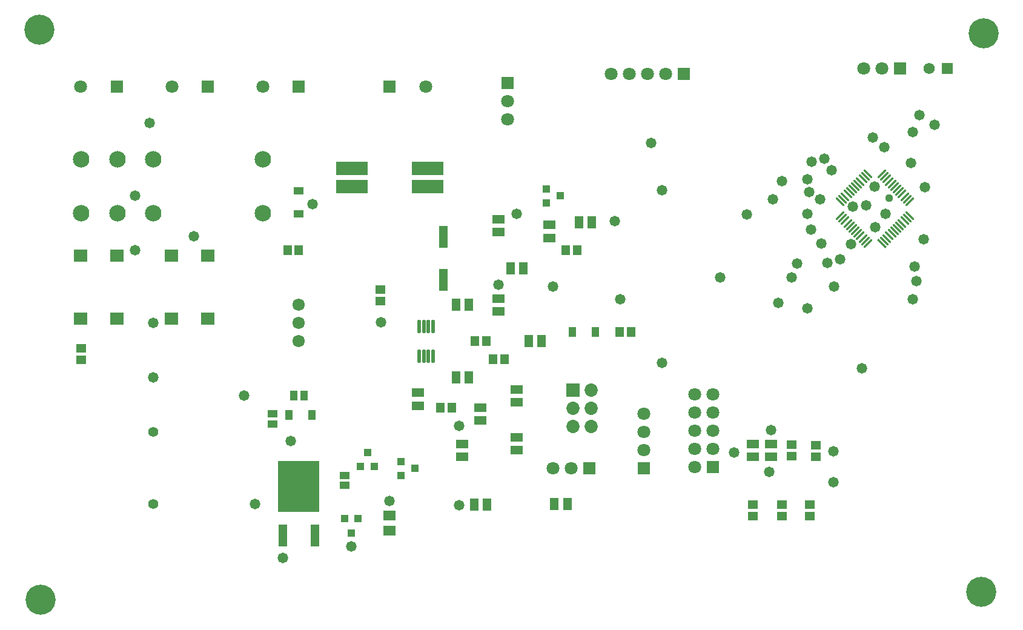
<source format=gts>
G04*
G04 #@! TF.GenerationSoftware,Altium Limited,Altium Designer,23.3.1 (30)*
G04*
G04 Layer_Color=8388736*
%FSLAX44Y44*%
%MOMM*%
G71*
G04*
G04 #@! TF.SameCoordinates,6291D12B-1A57-4E1F-9114-C69F7EA01FE8*
G04*
G04*
G04 #@! TF.FilePolarity,Negative*
G04*
G01*
G75*
%ADD20R,1.3046X1.4562*%
%ADD21R,1.4562X1.3046*%
G04:AMPARAMS|DCode=26|XSize=1.6552mm|YSize=0.2525mm|CornerRadius=0mm|HoleSize=0mm|Usage=FLASHONLY|Rotation=135.000|XOffset=0mm|YOffset=0mm|HoleType=Round|Shape=Rectangle|*
%AMROTATEDRECTD26*
4,1,4,0.6745,-0.4960,0.4960,-0.6745,-0.6745,0.4960,-0.4960,0.6745,0.6745,-0.4960,0.0*
%
%ADD26ROTATEDRECTD26*%

G04:AMPARAMS|DCode=27|XSize=1.6552mm|YSize=0.2525mm|CornerRadius=0.1262mm|HoleSize=0mm|Usage=FLASHONLY|Rotation=135.000|XOffset=0mm|YOffset=0mm|HoleType=Round|Shape=RoundedRectangle|*
%AMROUNDEDRECTD27*
21,1,1.6552,0.0000,0,0,135.0*
21,1,1.4028,0.2525,0,0,135.0*
1,1,0.2525,-0.4960,0.4960*
1,1,0.2525,0.4960,-0.4960*
1,1,0.2525,0.4960,-0.4960*
1,1,0.2525,-0.4960,0.4960*
%
%ADD27ROUNDEDRECTD27*%
G04:AMPARAMS|DCode=28|XSize=0.2525mm|YSize=1.6552mm|CornerRadius=0.1262mm|HoleSize=0mm|Usage=FLASHONLY|Rotation=135.000|XOffset=0mm|YOffset=0mm|HoleType=Round|Shape=RoundedRectangle|*
%AMROUNDEDRECTD28*
21,1,0.2525,1.4028,0,0,135.0*
21,1,0.0000,1.6552,0,0,135.0*
1,1,0.2525,0.4960,0.4960*
1,1,0.2525,0.4960,0.4960*
1,1,0.2525,-0.4960,-0.4960*
1,1,0.2525,-0.4960,-0.4960*
%
%ADD28ROUNDEDRECTD28*%
%ADD32R,1.3562X1.1046*%
%ADD34R,1.1046X1.3562*%
%ADD38O,0.5532X1.9032*%
%ADD39R,1.6532X1.2532*%
%ADD40R,1.2532X1.6532*%
%ADD41R,1.9032X1.7032*%
%ADD42R,1.0032X1.1032*%
%ADD43R,1.7532X1.4532*%
%ADD44R,1.3032X3.1032*%
%ADD45R,1.1032X1.0032*%
%ADD46R,1.1132X1.4232*%
%ADD47R,4.4732X1.9832*%
%ADD48R,5.8532X7.1032*%
%ADD49R,1.2032X3.0532*%
%ADD50R,1.4232X1.1132*%
%ADD51C,2.3032*%
%ADD52C,1.8032*%
%ADD53R,1.8032X1.8032*%
%ADD54C,1.8532*%
%ADD55R,1.8532X1.8532*%
%ADD56C,1.4032*%
%ADD57C,1.7222*%
%ADD58R,1.8032X1.8032*%
%ADD59C,1.5700*%
%ADD60R,1.5700X1.5700*%
%ADD61C,4.2032*%
%ADD62C,1.4732*%
%ADD63C,1.1176*%
D20*
X835324Y399327D02*
D03*
X851339D02*
D03*
X600473Y293821D02*
D03*
X584458D02*
D03*
X658231Y361176D02*
D03*
X674247D02*
D03*
X775847Y513576D02*
D03*
X759831D02*
D03*
X648847Y386576D02*
D03*
X632831D02*
D03*
X386839Y513576D02*
D03*
X370823D02*
D03*
D21*
X1101080Y157976D02*
D03*
Y141960D02*
D03*
X1021839Y157976D02*
D03*
Y141960D02*
D03*
X1109188Y241618D02*
D03*
Y225602D02*
D03*
X1075607Y242184D02*
D03*
Y226168D02*
D03*
X1061808Y141960D02*
D03*
Y157976D02*
D03*
X82457Y376625D02*
D03*
Y360609D02*
D03*
X500458Y443287D02*
D03*
Y459303D02*
D03*
D26*
X1201745Y523379D02*
D03*
D27*
X1205280Y526914D02*
D03*
X1208816Y530450D02*
D03*
X1212352Y533985D02*
D03*
X1215887Y537521D02*
D03*
X1219423Y541057D02*
D03*
X1222958Y544592D02*
D03*
X1226494Y548128D02*
D03*
X1230029Y551663D02*
D03*
X1233565Y555199D02*
D03*
X1237100Y558734D02*
D03*
X1240636Y562270D02*
D03*
X1182293Y620613D02*
D03*
X1178757Y617077D02*
D03*
X1175222Y613542D02*
D03*
X1171686Y610006D02*
D03*
X1168150Y606471D02*
D03*
X1164615Y602935D02*
D03*
X1161079Y599400D02*
D03*
X1157544Y595864D02*
D03*
X1154008Y592329D02*
D03*
X1150473Y588793D02*
D03*
X1146937Y585258D02*
D03*
X1143402Y581722D02*
D03*
D28*
X1240636D02*
D03*
X1237100Y585258D02*
D03*
X1233565Y588793D02*
D03*
X1230029Y592329D02*
D03*
X1226494Y595864D02*
D03*
X1222958Y599400D02*
D03*
X1219423Y602935D02*
D03*
X1215887Y606471D02*
D03*
X1212352Y610006D02*
D03*
X1208816Y613542D02*
D03*
X1205280Y617077D02*
D03*
X1201745Y620613D02*
D03*
X1143402Y562270D02*
D03*
X1146937Y558734D02*
D03*
X1150473Y555199D02*
D03*
X1154008Y551663D02*
D03*
X1157544Y548128D02*
D03*
X1161079Y544592D02*
D03*
X1164615Y541057D02*
D03*
X1168150Y537521D02*
D03*
X1171686Y533985D02*
D03*
X1175222Y530450D02*
D03*
X1178757Y526914D02*
D03*
X1182293Y523379D02*
D03*
D32*
X450389Y185219D02*
D03*
Y199234D02*
D03*
X349842Y271376D02*
D03*
Y285392D02*
D03*
D34*
X379831Y310376D02*
D03*
X393847D02*
D03*
D38*
X574389Y407576D02*
D03*
X567889D02*
D03*
X561389D02*
D03*
X554889D02*
D03*
X574389Y365576D02*
D03*
X567889D02*
D03*
X561389D02*
D03*
X554889D02*
D03*
D39*
X666239Y538976D02*
D03*
Y557476D02*
D03*
X1047239Y243426D02*
D03*
Y224926D02*
D03*
X1021839Y243426D02*
D03*
Y224926D02*
D03*
X691639Y252676D02*
D03*
Y234176D02*
D03*
X640839Y294226D02*
D03*
Y275726D02*
D03*
X691639Y319626D02*
D03*
Y301126D02*
D03*
X666239Y428126D02*
D03*
Y446626D02*
D03*
X736939Y549343D02*
D03*
Y530843D02*
D03*
X615439Y224926D02*
D03*
Y243426D02*
D03*
X553656Y314626D02*
D03*
Y296126D02*
D03*
D40*
X762599Y159493D02*
D03*
X744099D02*
D03*
X631589Y157976D02*
D03*
X650089D02*
D03*
X796642Y553254D02*
D03*
X778142D02*
D03*
X624689Y437376D02*
D03*
X606189D02*
D03*
X726289Y386576D02*
D03*
X707789D02*
D03*
X700889Y488176D02*
D03*
X682389D02*
D03*
X606189Y335776D02*
D03*
X624689D02*
D03*
D41*
X209039Y505956D02*
D03*
X259839D02*
D03*
Y418326D02*
D03*
X209039D02*
D03*
X82039Y505956D02*
D03*
X132839D02*
D03*
Y418326D02*
D03*
X82039D02*
D03*
D42*
X473182Y211582D02*
D03*
X492182D02*
D03*
X482682Y231582D02*
D03*
X469775Y138788D02*
D03*
X450775D02*
D03*
X460275Y118788D02*
D03*
D43*
X513839Y142826D02*
D03*
Y122326D02*
D03*
D44*
X588409Y532645D02*
D03*
Y472645D02*
D03*
D45*
X732439Y599276D02*
D03*
Y580276D02*
D03*
X752439Y589776D02*
D03*
X549239Y208776D02*
D03*
X529239Y199276D02*
D03*
Y218276D02*
D03*
D46*
X768942Y399327D02*
D03*
X801642D02*
D03*
X405427Y283804D02*
D03*
X372727D02*
D03*
D47*
X460789Y602476D02*
D03*
Y627876D02*
D03*
X566889D02*
D03*
Y602476D02*
D03*
D48*
X386839Y183376D02*
D03*
D49*
X409639Y115376D02*
D03*
X364039D02*
D03*
D50*
X386839Y597076D02*
D03*
Y564376D02*
D03*
D51*
X336239Y640576D02*
D03*
X183639D02*
D03*
X133239D02*
D03*
X82839D02*
D03*
Y565576D02*
D03*
X133239D02*
D03*
X183639D02*
D03*
X336239D02*
D03*
D52*
X940021Y312844D02*
D03*
Y287444D02*
D03*
X965421Y312844D02*
D03*
Y287444D02*
D03*
X940021Y262044D02*
D03*
X965421D02*
D03*
X940021Y236644D02*
D03*
X965421D02*
D03*
X940021Y211244D02*
D03*
X678939Y721856D02*
D03*
Y696456D02*
D03*
X1176779Y767576D02*
D03*
X1202179D02*
D03*
X874519Y759956D02*
D03*
X899919D02*
D03*
X849119D02*
D03*
X823719D02*
D03*
X742439Y208776D02*
D03*
X767839D02*
D03*
X869439Y284976D02*
D03*
Y259576D02*
D03*
Y234176D02*
D03*
X336439Y742176D02*
D03*
X563839D02*
D03*
X209439D02*
D03*
X82039D02*
D03*
D53*
X965421Y211244D02*
D03*
X678939Y747256D02*
D03*
X869439Y208776D02*
D03*
D54*
X795779Y267196D02*
D03*
Y292596D02*
D03*
X770379Y267196D02*
D03*
Y292596D02*
D03*
X795779Y317996D02*
D03*
D55*
X770379D02*
D03*
D56*
X183639Y159576D02*
D03*
Y259576D02*
D03*
D57*
X386839Y386576D02*
D03*
Y412576D02*
D03*
Y437576D02*
D03*
D58*
X1227579Y767576D02*
D03*
X925319Y759956D02*
D03*
X793239Y208776D02*
D03*
X386439Y742176D02*
D03*
X513839D02*
D03*
X259439D02*
D03*
X132039D02*
D03*
D59*
X1268219Y767576D02*
D03*
D60*
X1293619D02*
D03*
D61*
X1344419Y817360D02*
D03*
X1340609Y36310D02*
D03*
X25651Y25134D02*
D03*
X24127Y822186D02*
D03*
D62*
X610867Y157722D02*
D03*
X1205227Y657848D02*
D03*
X665731Y465824D02*
D03*
X513585Y163056D02*
D03*
X1254503Y702806D02*
D03*
X1013203Y564122D02*
D03*
X1097277Y564376D02*
D03*
X1134615Y463030D02*
D03*
X1117324Y523650D02*
D03*
X1102907Y542874D02*
D03*
X1083053Y495542D02*
D03*
X1158745Y522212D02*
D03*
X1134107Y189472D02*
D03*
X1134361Y233160D02*
D03*
X1103890Y637689D02*
D03*
X1262123Y601714D02*
D03*
X1131369Y625981D02*
D03*
X1121661Y641592D02*
D03*
X995423Y230874D02*
D03*
X1075471Y475476D02*
D03*
X1161031Y574536D02*
D03*
X1179827Y576717D02*
D03*
X1192019Y602476D02*
D03*
X1189479Y671056D02*
D03*
X1174239Y348476D02*
D03*
X1192864Y546390D02*
D03*
X1207259Y564376D02*
D03*
X1044699Y203696D02*
D03*
X1098039Y432296D02*
D03*
X1047239Y262116D02*
D03*
X1245359Y444996D02*
D03*
X1250439Y470396D02*
D03*
X1247899Y490716D02*
D03*
X1049779Y584696D02*
D03*
X1260599Y528816D02*
D03*
X894839Y356096D02*
D03*
X1143759Y500876D02*
D03*
X1125851Y495835D02*
D03*
X1057399Y439916D02*
D03*
X836419Y444996D02*
D03*
X976119Y475476D02*
D03*
X1115819Y584696D02*
D03*
X894839Y597396D02*
D03*
X1100579Y594856D02*
D03*
X1062479Y610096D02*
D03*
X1098039Y612636D02*
D03*
X879599Y663436D02*
D03*
X828799Y554216D02*
D03*
X1242819Y635496D02*
D03*
X1245359Y678676D02*
D03*
X325879Y158904D02*
D03*
X1275839Y688836D02*
D03*
X691639Y564376D02*
D03*
X742439Y462776D02*
D03*
X405771Y578658D02*
D03*
X310639Y310376D02*
D03*
X611208Y268632D02*
D03*
X501620Y413164D02*
D03*
X364255Y84200D02*
D03*
X460374Y100112D02*
D03*
X375580Y247060D02*
D03*
X239610Y533632D02*
D03*
X178032Y691376D02*
D03*
X183639Y411976D02*
D03*
Y335776D02*
D03*
X158239Y589776D02*
D03*
Y513576D02*
D03*
D63*
X1212197Y587056D02*
D03*
M02*

</source>
